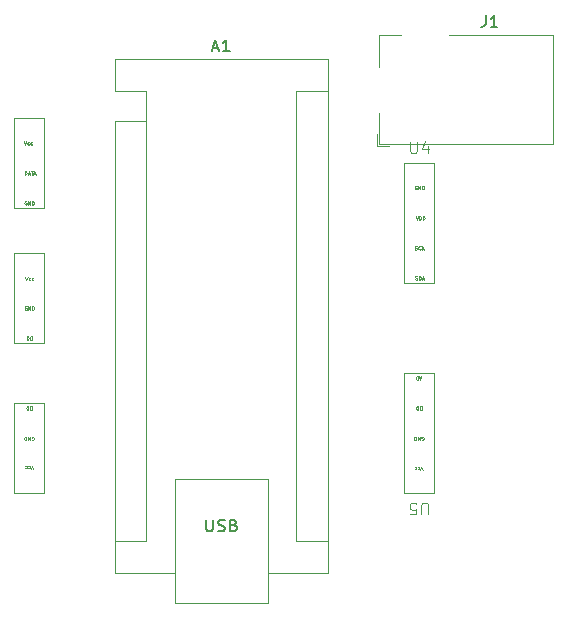
<source format=gbr>
%TF.GenerationSoftware,KiCad,Pcbnew,7.0.5-7.0.5~ubuntu20.04.1*%
%TF.CreationDate,2023-06-14T09:42:23-05:00*%
%TF.ProjectId,Gotchiplant,476f7463-6869-4706-9c61-6e742e6b6963,rev?*%
%TF.SameCoordinates,Original*%
%TF.FileFunction,Legend,Top*%
%TF.FilePolarity,Positive*%
%FSLAX46Y46*%
G04 Gerber Fmt 4.6, Leading zero omitted, Abs format (unit mm)*
G04 Created by KiCad (PCBNEW 7.0.5-7.0.5~ubuntu20.04.1) date 2023-06-14 09:42:23*
%MOMM*%
%LPD*%
G01*
G04 APERTURE LIST*
%ADD10C,0.150000*%
%ADD11C,0.075000*%
%ADD12C,0.100000*%
%ADD13C,0.120000*%
G04 APERTURE END LIST*
D10*
%TO.C,A1*%
X46021714Y-19473104D02*
X46497904Y-19473104D01*
X45926476Y-19758819D02*
X46259809Y-18758819D01*
X46259809Y-18758819D02*
X46593142Y-19758819D01*
X47450285Y-19758819D02*
X46878857Y-19758819D01*
X47164571Y-19758819D02*
X47164571Y-18758819D01*
X47164571Y-18758819D02*
X47069333Y-18901676D01*
X47069333Y-18901676D02*
X46974095Y-18996914D01*
X46974095Y-18996914D02*
X46878857Y-19044533D01*
X45474095Y-59398819D02*
X45474095Y-60208342D01*
X45474095Y-60208342D02*
X45521714Y-60303580D01*
X45521714Y-60303580D02*
X45569333Y-60351200D01*
X45569333Y-60351200D02*
X45664571Y-60398819D01*
X45664571Y-60398819D02*
X45855047Y-60398819D01*
X45855047Y-60398819D02*
X45950285Y-60351200D01*
X45950285Y-60351200D02*
X45997904Y-60303580D01*
X45997904Y-60303580D02*
X46045523Y-60208342D01*
X46045523Y-60208342D02*
X46045523Y-59398819D01*
X46474095Y-60351200D02*
X46616952Y-60398819D01*
X46616952Y-60398819D02*
X46855047Y-60398819D01*
X46855047Y-60398819D02*
X46950285Y-60351200D01*
X46950285Y-60351200D02*
X46997904Y-60303580D01*
X46997904Y-60303580D02*
X47045523Y-60208342D01*
X47045523Y-60208342D02*
X47045523Y-60113104D01*
X47045523Y-60113104D02*
X46997904Y-60017866D01*
X46997904Y-60017866D02*
X46950285Y-59970247D01*
X46950285Y-59970247D02*
X46855047Y-59922628D01*
X46855047Y-59922628D02*
X46664571Y-59875009D01*
X46664571Y-59875009D02*
X46569333Y-59827390D01*
X46569333Y-59827390D02*
X46521714Y-59779771D01*
X46521714Y-59779771D02*
X46474095Y-59684533D01*
X46474095Y-59684533D02*
X46474095Y-59589295D01*
X46474095Y-59589295D02*
X46521714Y-59494057D01*
X46521714Y-59494057D02*
X46569333Y-59446438D01*
X46569333Y-59446438D02*
X46664571Y-59398819D01*
X46664571Y-59398819D02*
X46902666Y-59398819D01*
X46902666Y-59398819D02*
X47045523Y-59446438D01*
X47807428Y-59875009D02*
X47950285Y-59922628D01*
X47950285Y-59922628D02*
X47997904Y-59970247D01*
X47997904Y-59970247D02*
X48045523Y-60065485D01*
X48045523Y-60065485D02*
X48045523Y-60208342D01*
X48045523Y-60208342D02*
X47997904Y-60303580D01*
X47997904Y-60303580D02*
X47950285Y-60351200D01*
X47950285Y-60351200D02*
X47855047Y-60398819D01*
X47855047Y-60398819D02*
X47474095Y-60398819D01*
X47474095Y-60398819D02*
X47474095Y-59398819D01*
X47474095Y-59398819D02*
X47807428Y-59398819D01*
X47807428Y-59398819D02*
X47902666Y-59446438D01*
X47902666Y-59446438D02*
X47950285Y-59494057D01*
X47950285Y-59494057D02*
X47997904Y-59589295D01*
X47997904Y-59589295D02*
X47997904Y-59684533D01*
X47997904Y-59684533D02*
X47950285Y-59779771D01*
X47950285Y-59779771D02*
X47902666Y-59827390D01*
X47902666Y-59827390D02*
X47807428Y-59875009D01*
X47807428Y-59875009D02*
X47474095Y-59875009D01*
D11*
%TO.C,U6*%
X30827086Y-55155614D02*
X30727086Y-54855614D01*
X30727086Y-54855614D02*
X30627086Y-55155614D01*
X30398515Y-54869900D02*
X30427086Y-54855614D01*
X30427086Y-54855614D02*
X30484229Y-54855614D01*
X30484229Y-54855614D02*
X30512800Y-54869900D01*
X30512800Y-54869900D02*
X30527086Y-54884185D01*
X30527086Y-54884185D02*
X30541372Y-54912757D01*
X30541372Y-54912757D02*
X30541372Y-54998471D01*
X30541372Y-54998471D02*
X30527086Y-55027042D01*
X30527086Y-55027042D02*
X30512800Y-55041328D01*
X30512800Y-55041328D02*
X30484229Y-55055614D01*
X30484229Y-55055614D02*
X30427086Y-55055614D01*
X30427086Y-55055614D02*
X30398515Y-55041328D01*
X30141372Y-54869900D02*
X30169943Y-54855614D01*
X30169943Y-54855614D02*
X30227086Y-54855614D01*
X30227086Y-54855614D02*
X30255657Y-54869900D01*
X30255657Y-54869900D02*
X30269943Y-54884185D01*
X30269943Y-54884185D02*
X30284229Y-54912757D01*
X30284229Y-54912757D02*
X30284229Y-54998471D01*
X30284229Y-54998471D02*
X30269943Y-55027042D01*
X30269943Y-55027042D02*
X30255657Y-55041328D01*
X30255657Y-55041328D02*
X30227086Y-55055614D01*
X30227086Y-55055614D02*
X30169943Y-55055614D01*
X30169943Y-55055614D02*
X30141372Y-55041328D01*
X30709229Y-49805614D02*
X30709229Y-50105614D01*
X30709229Y-50105614D02*
X30637800Y-50105614D01*
X30637800Y-50105614D02*
X30594943Y-50091328D01*
X30594943Y-50091328D02*
X30566372Y-50062757D01*
X30566372Y-50062757D02*
X30552086Y-50034185D01*
X30552086Y-50034185D02*
X30537800Y-49977042D01*
X30537800Y-49977042D02*
X30537800Y-49934185D01*
X30537800Y-49934185D02*
X30552086Y-49877042D01*
X30552086Y-49877042D02*
X30566372Y-49848471D01*
X30566372Y-49848471D02*
X30594943Y-49819900D01*
X30594943Y-49819900D02*
X30637800Y-49805614D01*
X30637800Y-49805614D02*
X30709229Y-49805614D01*
X30352086Y-50105614D02*
X30323515Y-50105614D01*
X30323515Y-50105614D02*
X30294943Y-50091328D01*
X30294943Y-50091328D02*
X30280658Y-50077042D01*
X30280658Y-50077042D02*
X30266372Y-50048471D01*
X30266372Y-50048471D02*
X30252086Y-49991328D01*
X30252086Y-49991328D02*
X30252086Y-49919900D01*
X30252086Y-49919900D02*
X30266372Y-49862757D01*
X30266372Y-49862757D02*
X30280658Y-49834185D01*
X30280658Y-49834185D02*
X30294943Y-49819900D01*
X30294943Y-49819900D02*
X30323515Y-49805614D01*
X30323515Y-49805614D02*
X30352086Y-49805614D01*
X30352086Y-49805614D02*
X30380658Y-49819900D01*
X30380658Y-49819900D02*
X30394943Y-49834185D01*
X30394943Y-49834185D02*
X30409229Y-49862757D01*
X30409229Y-49862757D02*
X30423515Y-49919900D01*
X30423515Y-49919900D02*
X30423515Y-49991328D01*
X30423515Y-49991328D02*
X30409229Y-50048471D01*
X30409229Y-50048471D02*
X30394943Y-50077042D01*
X30394943Y-50077042D02*
X30380658Y-50091328D01*
X30380658Y-50091328D02*
X30352086Y-50105614D01*
X30702086Y-52666328D02*
X30730658Y-52680614D01*
X30730658Y-52680614D02*
X30773515Y-52680614D01*
X30773515Y-52680614D02*
X30816372Y-52666328D01*
X30816372Y-52666328D02*
X30844943Y-52637757D01*
X30844943Y-52637757D02*
X30859229Y-52609185D01*
X30859229Y-52609185D02*
X30873515Y-52552042D01*
X30873515Y-52552042D02*
X30873515Y-52509185D01*
X30873515Y-52509185D02*
X30859229Y-52452042D01*
X30859229Y-52452042D02*
X30844943Y-52423471D01*
X30844943Y-52423471D02*
X30816372Y-52394900D01*
X30816372Y-52394900D02*
X30773515Y-52380614D01*
X30773515Y-52380614D02*
X30744943Y-52380614D01*
X30744943Y-52380614D02*
X30702086Y-52394900D01*
X30702086Y-52394900D02*
X30687800Y-52409185D01*
X30687800Y-52409185D02*
X30687800Y-52509185D01*
X30687800Y-52509185D02*
X30744943Y-52509185D01*
X30559229Y-52380614D02*
X30559229Y-52680614D01*
X30559229Y-52680614D02*
X30387800Y-52380614D01*
X30387800Y-52380614D02*
X30387800Y-52680614D01*
X30244943Y-52380614D02*
X30244943Y-52680614D01*
X30244943Y-52680614D02*
X30173514Y-52680614D01*
X30173514Y-52680614D02*
X30130657Y-52666328D01*
X30130657Y-52666328D02*
X30102086Y-52637757D01*
X30102086Y-52637757D02*
X30087800Y-52609185D01*
X30087800Y-52609185D02*
X30073514Y-52552042D01*
X30073514Y-52552042D02*
X30073514Y-52509185D01*
X30073514Y-52509185D02*
X30087800Y-52452042D01*
X30087800Y-52452042D02*
X30102086Y-52423471D01*
X30102086Y-52423471D02*
X30130657Y-52394900D01*
X30130657Y-52394900D02*
X30173514Y-52380614D01*
X30173514Y-52380614D02*
X30244943Y-52380614D01*
D10*
%TO.C,J1*%
X69124666Y-16692819D02*
X69124666Y-17407104D01*
X69124666Y-17407104D02*
X69077047Y-17549961D01*
X69077047Y-17549961D02*
X68981809Y-17645200D01*
X68981809Y-17645200D02*
X68838952Y-17692819D01*
X68838952Y-17692819D02*
X68743714Y-17692819D01*
X70124666Y-17692819D02*
X69553238Y-17692819D01*
X69838952Y-17692819D02*
X69838952Y-16692819D01*
X69838952Y-16692819D02*
X69743714Y-16835676D01*
X69743714Y-16835676D02*
X69648476Y-16930914D01*
X69648476Y-16930914D02*
X69553238Y-16978533D01*
D11*
%TO.C,U3*%
X30275313Y-41355071D02*
X30246742Y-41340785D01*
X30246742Y-41340785D02*
X30203884Y-41340785D01*
X30203884Y-41340785D02*
X30161027Y-41355071D01*
X30161027Y-41355071D02*
X30132456Y-41383642D01*
X30132456Y-41383642D02*
X30118170Y-41412214D01*
X30118170Y-41412214D02*
X30103884Y-41469357D01*
X30103884Y-41469357D02*
X30103884Y-41512214D01*
X30103884Y-41512214D02*
X30118170Y-41569357D01*
X30118170Y-41569357D02*
X30132456Y-41597928D01*
X30132456Y-41597928D02*
X30161027Y-41626500D01*
X30161027Y-41626500D02*
X30203884Y-41640785D01*
X30203884Y-41640785D02*
X30232456Y-41640785D01*
X30232456Y-41640785D02*
X30275313Y-41626500D01*
X30275313Y-41626500D02*
X30289599Y-41612214D01*
X30289599Y-41612214D02*
X30289599Y-41512214D01*
X30289599Y-41512214D02*
X30232456Y-41512214D01*
X30418170Y-41640785D02*
X30418170Y-41340785D01*
X30418170Y-41340785D02*
X30589599Y-41640785D01*
X30589599Y-41640785D02*
X30589599Y-41340785D01*
X30732456Y-41640785D02*
X30732456Y-41340785D01*
X30732456Y-41340785D02*
X30803885Y-41340785D01*
X30803885Y-41340785D02*
X30846742Y-41355071D01*
X30846742Y-41355071D02*
X30875313Y-41383642D01*
X30875313Y-41383642D02*
X30889599Y-41412214D01*
X30889599Y-41412214D02*
X30903885Y-41469357D01*
X30903885Y-41469357D02*
X30903885Y-41512214D01*
X30903885Y-41512214D02*
X30889599Y-41569357D01*
X30889599Y-41569357D02*
X30875313Y-41597928D01*
X30875313Y-41597928D02*
X30846742Y-41626500D01*
X30846742Y-41626500D02*
X30803885Y-41640785D01*
X30803885Y-41640785D02*
X30732456Y-41640785D01*
X30151513Y-38851585D02*
X30251513Y-39151585D01*
X30251513Y-39151585D02*
X30351513Y-38851585D01*
X30580085Y-39137300D02*
X30551513Y-39151585D01*
X30551513Y-39151585D02*
X30494370Y-39151585D01*
X30494370Y-39151585D02*
X30465799Y-39137300D01*
X30465799Y-39137300D02*
X30451513Y-39123014D01*
X30451513Y-39123014D02*
X30437227Y-39094442D01*
X30437227Y-39094442D02*
X30437227Y-39008728D01*
X30437227Y-39008728D02*
X30451513Y-38980157D01*
X30451513Y-38980157D02*
X30465799Y-38965871D01*
X30465799Y-38965871D02*
X30494370Y-38951585D01*
X30494370Y-38951585D02*
X30551513Y-38951585D01*
X30551513Y-38951585D02*
X30580085Y-38965871D01*
X30837228Y-39137300D02*
X30808656Y-39151585D01*
X30808656Y-39151585D02*
X30751513Y-39151585D01*
X30751513Y-39151585D02*
X30722942Y-39137300D01*
X30722942Y-39137300D02*
X30708656Y-39123014D01*
X30708656Y-39123014D02*
X30694370Y-39094442D01*
X30694370Y-39094442D02*
X30694370Y-39008728D01*
X30694370Y-39008728D02*
X30708656Y-38980157D01*
X30708656Y-38980157D02*
X30722942Y-38965871D01*
X30722942Y-38965871D02*
X30751513Y-38951585D01*
X30751513Y-38951585D02*
X30808656Y-38951585D01*
X30808656Y-38951585D02*
X30837228Y-38965871D01*
X30270570Y-44180785D02*
X30270570Y-43880785D01*
X30270570Y-43880785D02*
X30341999Y-43880785D01*
X30341999Y-43880785D02*
X30384856Y-43895071D01*
X30384856Y-43895071D02*
X30413427Y-43923642D01*
X30413427Y-43923642D02*
X30427713Y-43952214D01*
X30427713Y-43952214D02*
X30441999Y-44009357D01*
X30441999Y-44009357D02*
X30441999Y-44052214D01*
X30441999Y-44052214D02*
X30427713Y-44109357D01*
X30427713Y-44109357D02*
X30413427Y-44137928D01*
X30413427Y-44137928D02*
X30384856Y-44166500D01*
X30384856Y-44166500D02*
X30341999Y-44180785D01*
X30341999Y-44180785D02*
X30270570Y-44180785D01*
X30627713Y-43880785D02*
X30656284Y-43880785D01*
X30656284Y-43880785D02*
X30684856Y-43895071D01*
X30684856Y-43895071D02*
X30699142Y-43909357D01*
X30699142Y-43909357D02*
X30713427Y-43937928D01*
X30713427Y-43937928D02*
X30727713Y-43995071D01*
X30727713Y-43995071D02*
X30727713Y-44066500D01*
X30727713Y-44066500D02*
X30713427Y-44123642D01*
X30713427Y-44123642D02*
X30699142Y-44152214D01*
X30699142Y-44152214D02*
X30684856Y-44166500D01*
X30684856Y-44166500D02*
X30656284Y-44180785D01*
X30656284Y-44180785D02*
X30627713Y-44180785D01*
X30627713Y-44180785D02*
X30599142Y-44166500D01*
X30599142Y-44166500D02*
X30584856Y-44152214D01*
X30584856Y-44152214D02*
X30570570Y-44123642D01*
X30570570Y-44123642D02*
X30556284Y-44066500D01*
X30556284Y-44066500D02*
X30556284Y-43995071D01*
X30556284Y-43995071D02*
X30570570Y-43937928D01*
X30570570Y-43937928D02*
X30584856Y-43909357D01*
X30584856Y-43909357D02*
X30599142Y-43895071D01*
X30599142Y-43895071D02*
X30627713Y-43880785D01*
D12*
%TO.C,U5*%
X64261904Y-58962580D02*
X64261904Y-58153057D01*
X64261904Y-58153057D02*
X64214285Y-58057819D01*
X64214285Y-58057819D02*
X64166666Y-58010200D01*
X64166666Y-58010200D02*
X64071428Y-57962580D01*
X64071428Y-57962580D02*
X63880952Y-57962580D01*
X63880952Y-57962580D02*
X63785714Y-58010200D01*
X63785714Y-58010200D02*
X63738095Y-58057819D01*
X63738095Y-58057819D02*
X63690476Y-58153057D01*
X63690476Y-58153057D02*
X63690476Y-58962580D01*
X62738095Y-58962580D02*
X63214285Y-58962580D01*
X63214285Y-58962580D02*
X63261904Y-58486390D01*
X63261904Y-58486390D02*
X63214285Y-58534009D01*
X63214285Y-58534009D02*
X63119047Y-58581628D01*
X63119047Y-58581628D02*
X62880952Y-58581628D01*
X62880952Y-58581628D02*
X62785714Y-58534009D01*
X62785714Y-58534009D02*
X62738095Y-58486390D01*
X62738095Y-58486390D02*
X62690476Y-58391152D01*
X62690476Y-58391152D02*
X62690476Y-58153057D01*
X62690476Y-58153057D02*
X62738095Y-58057819D01*
X62738095Y-58057819D02*
X62785714Y-58010200D01*
X62785714Y-58010200D02*
X62880952Y-57962580D01*
X62880952Y-57962580D02*
X63119047Y-57962580D01*
X63119047Y-57962580D02*
X63214285Y-58010200D01*
X63214285Y-58010200D02*
X63261904Y-58057819D01*
D11*
X63672915Y-47344928D02*
X63530058Y-47344928D01*
X63701486Y-47259214D02*
X63601486Y-47559214D01*
X63601486Y-47559214D02*
X63501486Y-47259214D01*
X63344343Y-47559214D02*
X63315772Y-47559214D01*
X63315772Y-47559214D02*
X63287200Y-47544928D01*
X63287200Y-47544928D02*
X63272915Y-47530642D01*
X63272915Y-47530642D02*
X63258629Y-47502071D01*
X63258629Y-47502071D02*
X63244343Y-47444928D01*
X63244343Y-47444928D02*
X63244343Y-47373500D01*
X63244343Y-47373500D02*
X63258629Y-47316357D01*
X63258629Y-47316357D02*
X63272915Y-47287785D01*
X63272915Y-47287785D02*
X63287200Y-47273500D01*
X63287200Y-47273500D02*
X63315772Y-47259214D01*
X63315772Y-47259214D02*
X63344343Y-47259214D01*
X63344343Y-47259214D02*
X63372915Y-47273500D01*
X63372915Y-47273500D02*
X63387200Y-47287785D01*
X63387200Y-47287785D02*
X63401486Y-47316357D01*
X63401486Y-47316357D02*
X63415772Y-47373500D01*
X63415772Y-47373500D02*
X63415772Y-47444928D01*
X63415772Y-47444928D02*
X63401486Y-47502071D01*
X63401486Y-47502071D02*
X63387200Y-47530642D01*
X63387200Y-47530642D02*
X63372915Y-47544928D01*
X63372915Y-47544928D02*
X63344343Y-47559214D01*
X63803086Y-55230014D02*
X63703086Y-54930014D01*
X63703086Y-54930014D02*
X63603086Y-55230014D01*
X63374515Y-54944300D02*
X63403086Y-54930014D01*
X63403086Y-54930014D02*
X63460229Y-54930014D01*
X63460229Y-54930014D02*
X63488800Y-54944300D01*
X63488800Y-54944300D02*
X63503086Y-54958585D01*
X63503086Y-54958585D02*
X63517372Y-54987157D01*
X63517372Y-54987157D02*
X63517372Y-55072871D01*
X63517372Y-55072871D02*
X63503086Y-55101442D01*
X63503086Y-55101442D02*
X63488800Y-55115728D01*
X63488800Y-55115728D02*
X63460229Y-55130014D01*
X63460229Y-55130014D02*
X63403086Y-55130014D01*
X63403086Y-55130014D02*
X63374515Y-55115728D01*
X63117372Y-54944300D02*
X63145943Y-54930014D01*
X63145943Y-54930014D02*
X63203086Y-54930014D01*
X63203086Y-54930014D02*
X63231657Y-54944300D01*
X63231657Y-54944300D02*
X63245943Y-54958585D01*
X63245943Y-54958585D02*
X63260229Y-54987157D01*
X63260229Y-54987157D02*
X63260229Y-55072871D01*
X63260229Y-55072871D02*
X63245943Y-55101442D01*
X63245943Y-55101442D02*
X63231657Y-55115728D01*
X63231657Y-55115728D02*
X63203086Y-55130014D01*
X63203086Y-55130014D02*
X63145943Y-55130014D01*
X63145943Y-55130014D02*
X63117372Y-55115728D01*
X63709429Y-49799214D02*
X63709429Y-50099214D01*
X63709429Y-50099214D02*
X63638000Y-50099214D01*
X63638000Y-50099214D02*
X63595143Y-50084928D01*
X63595143Y-50084928D02*
X63566572Y-50056357D01*
X63566572Y-50056357D02*
X63552286Y-50027785D01*
X63552286Y-50027785D02*
X63538000Y-49970642D01*
X63538000Y-49970642D02*
X63538000Y-49927785D01*
X63538000Y-49927785D02*
X63552286Y-49870642D01*
X63552286Y-49870642D02*
X63566572Y-49842071D01*
X63566572Y-49842071D02*
X63595143Y-49813500D01*
X63595143Y-49813500D02*
X63638000Y-49799214D01*
X63638000Y-49799214D02*
X63709429Y-49799214D01*
X63352286Y-50099214D02*
X63323715Y-50099214D01*
X63323715Y-50099214D02*
X63295143Y-50084928D01*
X63295143Y-50084928D02*
X63280858Y-50070642D01*
X63280858Y-50070642D02*
X63266572Y-50042071D01*
X63266572Y-50042071D02*
X63252286Y-49984928D01*
X63252286Y-49984928D02*
X63252286Y-49913500D01*
X63252286Y-49913500D02*
X63266572Y-49856357D01*
X63266572Y-49856357D02*
X63280858Y-49827785D01*
X63280858Y-49827785D02*
X63295143Y-49813500D01*
X63295143Y-49813500D02*
X63323715Y-49799214D01*
X63323715Y-49799214D02*
X63352286Y-49799214D01*
X63352286Y-49799214D02*
X63380858Y-49813500D01*
X63380858Y-49813500D02*
X63395143Y-49827785D01*
X63395143Y-49827785D02*
X63409429Y-49856357D01*
X63409429Y-49856357D02*
X63423715Y-49913500D01*
X63423715Y-49913500D02*
X63423715Y-49984928D01*
X63423715Y-49984928D02*
X63409429Y-50042071D01*
X63409429Y-50042071D02*
X63395143Y-50070642D01*
X63395143Y-50070642D02*
X63380858Y-50084928D01*
X63380858Y-50084928D02*
X63352286Y-50099214D01*
X63704686Y-52650328D02*
X63733258Y-52664614D01*
X63733258Y-52664614D02*
X63776115Y-52664614D01*
X63776115Y-52664614D02*
X63818972Y-52650328D01*
X63818972Y-52650328D02*
X63847543Y-52621757D01*
X63847543Y-52621757D02*
X63861829Y-52593185D01*
X63861829Y-52593185D02*
X63876115Y-52536042D01*
X63876115Y-52536042D02*
X63876115Y-52493185D01*
X63876115Y-52493185D02*
X63861829Y-52436042D01*
X63861829Y-52436042D02*
X63847543Y-52407471D01*
X63847543Y-52407471D02*
X63818972Y-52378900D01*
X63818972Y-52378900D02*
X63776115Y-52364614D01*
X63776115Y-52364614D02*
X63747543Y-52364614D01*
X63747543Y-52364614D02*
X63704686Y-52378900D01*
X63704686Y-52378900D02*
X63690400Y-52393185D01*
X63690400Y-52393185D02*
X63690400Y-52493185D01*
X63690400Y-52493185D02*
X63747543Y-52493185D01*
X63561829Y-52364614D02*
X63561829Y-52664614D01*
X63561829Y-52664614D02*
X63390400Y-52364614D01*
X63390400Y-52364614D02*
X63390400Y-52664614D01*
X63247543Y-52364614D02*
X63247543Y-52664614D01*
X63247543Y-52664614D02*
X63176114Y-52664614D01*
X63176114Y-52664614D02*
X63133257Y-52650328D01*
X63133257Y-52650328D02*
X63104686Y-52621757D01*
X63104686Y-52621757D02*
X63090400Y-52593185D01*
X63090400Y-52593185D02*
X63076114Y-52536042D01*
X63076114Y-52536042D02*
X63076114Y-52493185D01*
X63076114Y-52493185D02*
X63090400Y-52436042D01*
X63090400Y-52436042D02*
X63104686Y-52407471D01*
X63104686Y-52407471D02*
X63133257Y-52378900D01*
X63133257Y-52378900D02*
X63176114Y-52364614D01*
X63176114Y-52364614D02*
X63247543Y-52364614D01*
%TO.C,U2*%
X30249913Y-32439671D02*
X30221342Y-32425385D01*
X30221342Y-32425385D02*
X30178484Y-32425385D01*
X30178484Y-32425385D02*
X30135627Y-32439671D01*
X30135627Y-32439671D02*
X30107056Y-32468242D01*
X30107056Y-32468242D02*
X30092770Y-32496814D01*
X30092770Y-32496814D02*
X30078484Y-32553957D01*
X30078484Y-32553957D02*
X30078484Y-32596814D01*
X30078484Y-32596814D02*
X30092770Y-32653957D01*
X30092770Y-32653957D02*
X30107056Y-32682528D01*
X30107056Y-32682528D02*
X30135627Y-32711100D01*
X30135627Y-32711100D02*
X30178484Y-32725385D01*
X30178484Y-32725385D02*
X30207056Y-32725385D01*
X30207056Y-32725385D02*
X30249913Y-32711100D01*
X30249913Y-32711100D02*
X30264199Y-32696814D01*
X30264199Y-32696814D02*
X30264199Y-32596814D01*
X30264199Y-32596814D02*
X30207056Y-32596814D01*
X30392770Y-32725385D02*
X30392770Y-32425385D01*
X30392770Y-32425385D02*
X30564199Y-32725385D01*
X30564199Y-32725385D02*
X30564199Y-32425385D01*
X30707056Y-32725385D02*
X30707056Y-32425385D01*
X30707056Y-32425385D02*
X30778485Y-32425385D01*
X30778485Y-32425385D02*
X30821342Y-32439671D01*
X30821342Y-32439671D02*
X30849913Y-32468242D01*
X30849913Y-32468242D02*
X30864199Y-32496814D01*
X30864199Y-32496814D02*
X30878485Y-32553957D01*
X30878485Y-32553957D02*
X30878485Y-32596814D01*
X30878485Y-32596814D02*
X30864199Y-32653957D01*
X30864199Y-32653957D02*
X30849913Y-32682528D01*
X30849913Y-32682528D02*
X30821342Y-32711100D01*
X30821342Y-32711100D02*
X30778485Y-32725385D01*
X30778485Y-32725385D02*
X30707056Y-32725385D01*
X30092770Y-30185385D02*
X30092770Y-29885385D01*
X30092770Y-29885385D02*
X30164199Y-29885385D01*
X30164199Y-29885385D02*
X30207056Y-29899671D01*
X30207056Y-29899671D02*
X30235627Y-29928242D01*
X30235627Y-29928242D02*
X30249913Y-29956814D01*
X30249913Y-29956814D02*
X30264199Y-30013957D01*
X30264199Y-30013957D02*
X30264199Y-30056814D01*
X30264199Y-30056814D02*
X30249913Y-30113957D01*
X30249913Y-30113957D02*
X30235627Y-30142528D01*
X30235627Y-30142528D02*
X30207056Y-30171100D01*
X30207056Y-30171100D02*
X30164199Y-30185385D01*
X30164199Y-30185385D02*
X30092770Y-30185385D01*
X30378484Y-30099671D02*
X30521342Y-30099671D01*
X30349913Y-30185385D02*
X30449913Y-29885385D01*
X30449913Y-29885385D02*
X30549913Y-30185385D01*
X30607056Y-29885385D02*
X30778485Y-29885385D01*
X30692770Y-30185385D02*
X30692770Y-29885385D01*
X30864198Y-30099671D02*
X31007056Y-30099671D01*
X30835627Y-30185385D02*
X30935627Y-29885385D01*
X30935627Y-29885385D02*
X31035627Y-30185385D01*
X30049913Y-27345385D02*
X30149913Y-27645385D01*
X30149913Y-27645385D02*
X30249913Y-27345385D01*
X30478485Y-27631100D02*
X30449913Y-27645385D01*
X30449913Y-27645385D02*
X30392770Y-27645385D01*
X30392770Y-27645385D02*
X30364199Y-27631100D01*
X30364199Y-27631100D02*
X30349913Y-27616814D01*
X30349913Y-27616814D02*
X30335627Y-27588242D01*
X30335627Y-27588242D02*
X30335627Y-27502528D01*
X30335627Y-27502528D02*
X30349913Y-27473957D01*
X30349913Y-27473957D02*
X30364199Y-27459671D01*
X30364199Y-27459671D02*
X30392770Y-27445385D01*
X30392770Y-27445385D02*
X30449913Y-27445385D01*
X30449913Y-27445385D02*
X30478485Y-27459671D01*
X30735628Y-27631100D02*
X30707056Y-27645385D01*
X30707056Y-27645385D02*
X30649913Y-27645385D01*
X30649913Y-27645385D02*
X30621342Y-27631100D01*
X30621342Y-27631100D02*
X30607056Y-27616814D01*
X30607056Y-27616814D02*
X30592770Y-27588242D01*
X30592770Y-27588242D02*
X30592770Y-27502528D01*
X30592770Y-27502528D02*
X30607056Y-27473957D01*
X30607056Y-27473957D02*
X30621342Y-27459671D01*
X30621342Y-27459671D02*
X30649913Y-27445385D01*
X30649913Y-27445385D02*
X30707056Y-27445385D01*
X30707056Y-27445385D02*
X30735628Y-27459671D01*
D12*
%TO.C,U4*%
X62738095Y-27397419D02*
X62738095Y-28206942D01*
X62738095Y-28206942D02*
X62785714Y-28302180D01*
X62785714Y-28302180D02*
X62833333Y-28349800D01*
X62833333Y-28349800D02*
X62928571Y-28397419D01*
X62928571Y-28397419D02*
X63119047Y-28397419D01*
X63119047Y-28397419D02*
X63214285Y-28349800D01*
X63214285Y-28349800D02*
X63261904Y-28302180D01*
X63261904Y-28302180D02*
X63309523Y-28206942D01*
X63309523Y-28206942D02*
X63309523Y-27397419D01*
X64214285Y-27730752D02*
X64214285Y-28397419D01*
X63976190Y-27349800D02*
X63738095Y-28064085D01*
X63738095Y-28064085D02*
X64357142Y-28064085D01*
D11*
X63149284Y-36521100D02*
X63192142Y-36535385D01*
X63192142Y-36535385D02*
X63263570Y-36535385D01*
X63263570Y-36535385D02*
X63292142Y-36521100D01*
X63292142Y-36521100D02*
X63306427Y-36506814D01*
X63306427Y-36506814D02*
X63320713Y-36478242D01*
X63320713Y-36478242D02*
X63320713Y-36449671D01*
X63320713Y-36449671D02*
X63306427Y-36421100D01*
X63306427Y-36421100D02*
X63292142Y-36406814D01*
X63292142Y-36406814D02*
X63263570Y-36392528D01*
X63263570Y-36392528D02*
X63206427Y-36378242D01*
X63206427Y-36378242D02*
X63177856Y-36363957D01*
X63177856Y-36363957D02*
X63163570Y-36349671D01*
X63163570Y-36349671D02*
X63149284Y-36321100D01*
X63149284Y-36321100D02*
X63149284Y-36292528D01*
X63149284Y-36292528D02*
X63163570Y-36263957D01*
X63163570Y-36263957D02*
X63177856Y-36249671D01*
X63177856Y-36249671D02*
X63206427Y-36235385D01*
X63206427Y-36235385D02*
X63277856Y-36235385D01*
X63277856Y-36235385D02*
X63320713Y-36249671D01*
X63620713Y-36506814D02*
X63606427Y-36521100D01*
X63606427Y-36521100D02*
X63563570Y-36535385D01*
X63563570Y-36535385D02*
X63534998Y-36535385D01*
X63534998Y-36535385D02*
X63492141Y-36521100D01*
X63492141Y-36521100D02*
X63463570Y-36492528D01*
X63463570Y-36492528D02*
X63449284Y-36463957D01*
X63449284Y-36463957D02*
X63434998Y-36406814D01*
X63434998Y-36406814D02*
X63434998Y-36363957D01*
X63434998Y-36363957D02*
X63449284Y-36306814D01*
X63449284Y-36306814D02*
X63463570Y-36278242D01*
X63463570Y-36278242D02*
X63492141Y-36249671D01*
X63492141Y-36249671D02*
X63534998Y-36235385D01*
X63534998Y-36235385D02*
X63563570Y-36235385D01*
X63563570Y-36235385D02*
X63606427Y-36249671D01*
X63606427Y-36249671D02*
X63620713Y-36263957D01*
X63749284Y-36535385D02*
X63749284Y-36235385D01*
X63920713Y-36535385D02*
X63792141Y-36363957D01*
X63920713Y-36235385D02*
X63749284Y-36406814D01*
X63295313Y-31144271D02*
X63266742Y-31129985D01*
X63266742Y-31129985D02*
X63223884Y-31129985D01*
X63223884Y-31129985D02*
X63181027Y-31144271D01*
X63181027Y-31144271D02*
X63152456Y-31172842D01*
X63152456Y-31172842D02*
X63138170Y-31201414D01*
X63138170Y-31201414D02*
X63123884Y-31258557D01*
X63123884Y-31258557D02*
X63123884Y-31301414D01*
X63123884Y-31301414D02*
X63138170Y-31358557D01*
X63138170Y-31358557D02*
X63152456Y-31387128D01*
X63152456Y-31387128D02*
X63181027Y-31415700D01*
X63181027Y-31415700D02*
X63223884Y-31429985D01*
X63223884Y-31429985D02*
X63252456Y-31429985D01*
X63252456Y-31429985D02*
X63295313Y-31415700D01*
X63295313Y-31415700D02*
X63309599Y-31401414D01*
X63309599Y-31401414D02*
X63309599Y-31301414D01*
X63309599Y-31301414D02*
X63252456Y-31301414D01*
X63438170Y-31429985D02*
X63438170Y-31129985D01*
X63438170Y-31129985D02*
X63609599Y-31429985D01*
X63609599Y-31429985D02*
X63609599Y-31129985D01*
X63752456Y-31429985D02*
X63752456Y-31129985D01*
X63752456Y-31129985D02*
X63823885Y-31129985D01*
X63823885Y-31129985D02*
X63866742Y-31144271D01*
X63866742Y-31144271D02*
X63895313Y-31172842D01*
X63895313Y-31172842D02*
X63909599Y-31201414D01*
X63909599Y-31201414D02*
X63923885Y-31258557D01*
X63923885Y-31258557D02*
X63923885Y-31301414D01*
X63923885Y-31301414D02*
X63909599Y-31358557D01*
X63909599Y-31358557D02*
X63895313Y-31387128D01*
X63895313Y-31387128D02*
X63866742Y-31415700D01*
X63866742Y-31415700D02*
X63823885Y-31429985D01*
X63823885Y-31429985D02*
X63752456Y-31429985D01*
X63174684Y-39061100D02*
X63217542Y-39075385D01*
X63217542Y-39075385D02*
X63288970Y-39075385D01*
X63288970Y-39075385D02*
X63317542Y-39061100D01*
X63317542Y-39061100D02*
X63331827Y-39046814D01*
X63331827Y-39046814D02*
X63346113Y-39018242D01*
X63346113Y-39018242D02*
X63346113Y-38989671D01*
X63346113Y-38989671D02*
X63331827Y-38961100D01*
X63331827Y-38961100D02*
X63317542Y-38946814D01*
X63317542Y-38946814D02*
X63288970Y-38932528D01*
X63288970Y-38932528D02*
X63231827Y-38918242D01*
X63231827Y-38918242D02*
X63203256Y-38903957D01*
X63203256Y-38903957D02*
X63188970Y-38889671D01*
X63188970Y-38889671D02*
X63174684Y-38861100D01*
X63174684Y-38861100D02*
X63174684Y-38832528D01*
X63174684Y-38832528D02*
X63188970Y-38803957D01*
X63188970Y-38803957D02*
X63203256Y-38789671D01*
X63203256Y-38789671D02*
X63231827Y-38775385D01*
X63231827Y-38775385D02*
X63303256Y-38775385D01*
X63303256Y-38775385D02*
X63346113Y-38789671D01*
X63474684Y-39075385D02*
X63474684Y-38775385D01*
X63474684Y-38775385D02*
X63546113Y-38775385D01*
X63546113Y-38775385D02*
X63588970Y-38789671D01*
X63588970Y-38789671D02*
X63617541Y-38818242D01*
X63617541Y-38818242D02*
X63631827Y-38846814D01*
X63631827Y-38846814D02*
X63646113Y-38903957D01*
X63646113Y-38903957D02*
X63646113Y-38946814D01*
X63646113Y-38946814D02*
X63631827Y-39003957D01*
X63631827Y-39003957D02*
X63617541Y-39032528D01*
X63617541Y-39032528D02*
X63588970Y-39061100D01*
X63588970Y-39061100D02*
X63546113Y-39075385D01*
X63546113Y-39075385D02*
X63474684Y-39075385D01*
X63760398Y-38989671D02*
X63903256Y-38989671D01*
X63731827Y-39075385D02*
X63831827Y-38775385D01*
X63831827Y-38775385D02*
X63931827Y-39075385D01*
X63196913Y-33695385D02*
X63296913Y-33995385D01*
X63296913Y-33995385D02*
X63396913Y-33695385D01*
X63496913Y-33995385D02*
X63496913Y-33695385D01*
X63496913Y-33695385D02*
X63568342Y-33695385D01*
X63568342Y-33695385D02*
X63611199Y-33709671D01*
X63611199Y-33709671D02*
X63639770Y-33738242D01*
X63639770Y-33738242D02*
X63654056Y-33766814D01*
X63654056Y-33766814D02*
X63668342Y-33823957D01*
X63668342Y-33823957D02*
X63668342Y-33866814D01*
X63668342Y-33866814D02*
X63654056Y-33923957D01*
X63654056Y-33923957D02*
X63639770Y-33952528D01*
X63639770Y-33952528D02*
X63611199Y-33981100D01*
X63611199Y-33981100D02*
X63568342Y-33995385D01*
X63568342Y-33995385D02*
X63496913Y-33995385D01*
X63796913Y-33995385D02*
X63796913Y-33695385D01*
X63796913Y-33695385D02*
X63868342Y-33695385D01*
X63868342Y-33695385D02*
X63911199Y-33709671D01*
X63911199Y-33709671D02*
X63939770Y-33738242D01*
X63939770Y-33738242D02*
X63954056Y-33766814D01*
X63954056Y-33766814D02*
X63968342Y-33823957D01*
X63968342Y-33823957D02*
X63968342Y-33866814D01*
X63968342Y-33866814D02*
X63954056Y-33923957D01*
X63954056Y-33923957D02*
X63939770Y-33952528D01*
X63939770Y-33952528D02*
X63911199Y-33981100D01*
X63911199Y-33981100D02*
X63868342Y-33995385D01*
X63868342Y-33995385D02*
X63796913Y-33995385D01*
D13*
%TO.C,A1*%
X37716000Y-20444000D02*
X37716000Y-23114000D01*
X37716000Y-25654000D02*
X37716000Y-63884000D01*
X37716000Y-63884000D02*
X42796000Y-63884000D01*
X40386000Y-23114000D02*
X37716000Y-23114000D01*
X40386000Y-25654000D02*
X37716000Y-25654000D01*
X40386000Y-25654000D02*
X40386000Y-23114000D01*
X40386000Y-25654000D02*
X40386000Y-61214000D01*
X40386000Y-61214000D02*
X37716000Y-61214000D01*
X42796000Y-56004000D02*
X50676000Y-56004000D01*
X42796000Y-66424000D02*
X42796000Y-56004000D01*
X50676000Y-56004000D02*
X50676000Y-66424000D01*
X50676000Y-66424000D02*
X42796000Y-66424000D01*
X53086000Y-23114000D02*
X53086000Y-61214000D01*
X53086000Y-23114000D02*
X55756000Y-23114000D01*
X53086000Y-61214000D02*
X55756000Y-61214000D01*
X55756000Y-20444000D02*
X37716000Y-20444000D01*
X55756000Y-63884000D02*
X50676000Y-63884000D01*
X55756000Y-63884000D02*
X55756000Y-20444000D01*
D12*
%TO.C,U6*%
X31750000Y-57150000D02*
X29210000Y-57150000D01*
X29210000Y-57150000D02*
X29210000Y-49530000D01*
X29210000Y-49530000D02*
X31750000Y-49530000D01*
X31750000Y-49530000D02*
X31750000Y-57150000D01*
D13*
%TO.C,J1*%
X74808000Y-27588000D02*
X60108000Y-27588000D01*
X74808000Y-18388000D02*
X74808000Y-27588000D01*
X66008000Y-18388000D02*
X74808000Y-18388000D01*
X60958000Y-27788000D02*
X59908000Y-27788000D01*
X60108000Y-27588000D02*
X60108000Y-24988000D01*
X60108000Y-21088000D02*
X60108000Y-18388000D01*
X60108000Y-18388000D02*
X62008000Y-18388000D01*
X59908000Y-26738000D02*
X59908000Y-27788000D01*
D12*
%TO.C,U3*%
X29210000Y-36830000D02*
X31750000Y-36830000D01*
X31750000Y-36830000D02*
X31750000Y-44450000D01*
X31750000Y-44450000D02*
X29210000Y-44450000D01*
X29210000Y-44450000D02*
X29210000Y-36830000D01*
%TO.C,U5*%
X64770000Y-57150000D02*
X62230000Y-57150000D01*
X62230000Y-57150000D02*
X62230000Y-46990000D01*
X62230000Y-46990000D02*
X64770000Y-46990000D01*
X64770000Y-46990000D02*
X64770000Y-57150000D01*
%TO.C,U2*%
X29210000Y-25400000D02*
X31750000Y-25400000D01*
X31750000Y-25400000D02*
X31750000Y-33020000D01*
X31750000Y-33020000D02*
X29210000Y-33020000D01*
X29210000Y-33020000D02*
X29210000Y-25400000D01*
%TO.C,U4*%
X62230000Y-29210000D02*
X64770000Y-29210000D01*
X64770000Y-29210000D02*
X64770000Y-39370000D01*
X64770000Y-39370000D02*
X62230000Y-39370000D01*
X62230000Y-39370000D02*
X62230000Y-29210000D01*
%TD*%
M02*

</source>
